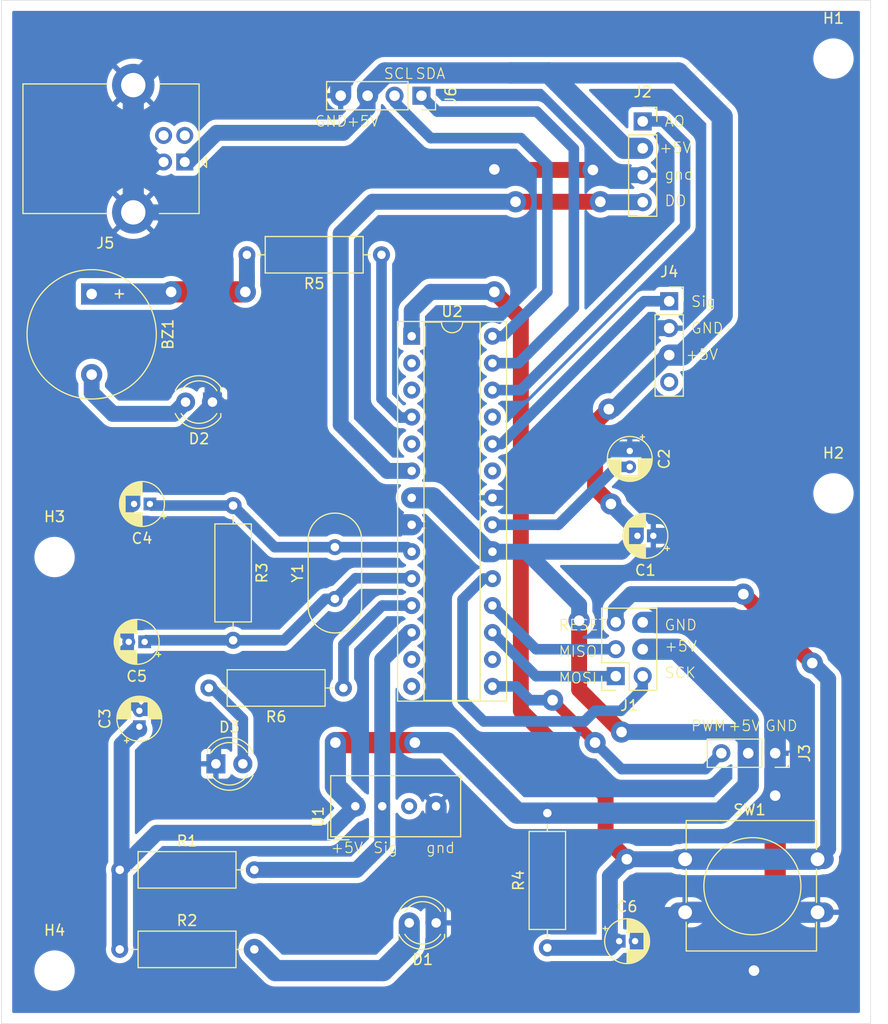
<source format=kicad_pcb>
(kicad_pcb (version 20240108) (generator "pcbnew") (generator_version "8.0")
  (title_block (title "Smart Garden") (date "2025-05-13") (rev "1.1") (company "Author: Vương Toàn Hội - Phạm Ngọc Ánh"))
  (layers (0 "F.Cu" signal) (31 "B.Cu" signal) (34 "B.Paste" user) (35 "F.Paste" user) (36 "B.SilkS" user "B.Silkscreen") (37 "F.SilkS" user "F.Silkscreen") (38 "B.Mask" user) (39 "F.Mask" user) (44 "Edge.Cuts" user))
  (net 0 "")
  (net 1 "Net-(BZ1-+)")
  (net 2 "Net-(BZ1--)")
  (net 3 "+5V")
  (net 4 "GND")
  (net 5 "Net-(U2-AREF)")
  (net 6 "Net-(U2-XTAL1{slash}PB6)")
  (net 7 "Net-(U2-XTAL2{slash}PB7)")
  (net 8 "RESET")
  (net 9 "Net-(D1-A)")
  (net 10 "MISO")
  (net 11 "MOSI")
  (net 12 "SCK")
  (net 13 "KY037_DO")
  (net 14 "KY037_AO")
  (net 15 "SERVO_90")
  (net 16 "KY032")
  (net 20 "SDA")
  (net 21 "SCL")
  (net 22 "DHT11")
  (net 23 "BUZZER")
  (net 31 "Net-(D3-A)")
  (net 33 "LED_Sig")
  (footprint "Buzzer_Beeper:Buzzer_12x9.5RM7.6" (layer "F.Cu") (at 112.5 61.2 -90)
    (property "Reference" "BZ1" (at 3.8 -7.2 90) (layer "F.SilkS"))
    (property "Value" "Buzzer")
    (fp_text user "+" (at -0.01 -2.54 90) (layer "F.SilkS"))
    (pad "1" thru_hole rect (at 0 0 270) (size 2 2) (drill 1) (layers "*.Cu" "*.Mask") (net 1 "Net-(BZ1-+)"))
    (pad "2" thru_hole circle (at 7.6 0 270) (size 2 2) (drill 1) (layers "*.Cu" "*.Mask") (net 2 "Net-(BZ1--)"))
  )
  (footprint "LED_THT:LED_D4.0mm" (layer "F.Cu") (at 124.225 105.5)
    (property "Reference" "D3" (at 1.27 -3.46 0) (layer "F.SilkS"))
    (property "Value" "LED")
    (pad "1" thru_hole rect (at 0 0) (size 1.8 1.8) (drill 0.9) (layers "*.Cu" "*.Mask") (net 4 "GND"))
    (pad "2" thru_hole circle (at 2.54 0) (size 1.8 1.8) (drill 0.9) (layers "*.Cu" "*.Mask") (net 31 "Net-(D3-A)"))
  )
  (footprint "Button_Switch_THT:SW_PUSH-12mm" (layer "F.Cu") (at 168.5 114.5)
    (property "Reference" "SW1" (at 6.08 -4.66 0) (layer "F.SilkS"))
    (property "Value" "SW_Push")
    (pad "1" thru_hole oval (at 0 0) (size 3.048 1.85) (drill 1.3) (layers "*.Cu" "*.Mask") (net 8 "RESET"))
    (pad "1" thru_hole oval (at 12.5 0) (size 3.048 1.85) (drill 1.3) (layers "*.Cu" "*.Mask") (net 8 "RESET"))
    (pad "2" thru_hole oval (at 0 5) (size 3.048 1.85) (drill 1.3) (layers "*.Cu" "*.Mask") (net 4 "GND"))
    (pad "2" thru_hole oval (at 12.5 5) (size 3.048 1.85) (drill 1.3) (layers "*.Cu" "*.Mask") (net 4 "GND"))
  )
  (footprint "MountingHole:MountingHole_3.2mm_M3_DIN965" (layer "F.Cu") (at 109 86)
    (property "Reference" "H3" (at 0 -3.8 0) (layer "F.SilkS"))
    (property "Value" "MountingHole")
    (pad "" np_thru_hole circle (at 0 0) (size 3.2 3.2) (drill 3.2) (layers "*.Cu" "*.Mask"))
  )
  (footprint "Connector_PinSocket_2.54mm:PinSocket_1x04_P2.54mm_Vertical" (layer "F.Cu") (at 143.62 42.5 -90)
    (property "Reference" "J6" (at 0 -2.77 90) (layer "F.SilkS"))
    (property "Value" "Conn_01x04_Socket" (hide yes))
    (pad "1" thru_hole rect (at 0 0 270) (size 1.7 1.7) (drill 1) (layers "*.Cu" "*.Mask") (net 20 "SDA"))
    (pad "2" thru_hole oval (at 0 2.54 270) (size 1.7 1.7) (drill 1) (layers "*.Cu" "*.Mask") (net 21 "SCL"))
    (pad "3" thru_hole oval (at 0 5.08 270) (size 1.7 1.7) (drill 1) (layers "*.Cu" "*.Mask") (net 3 "+5V"))
    (pad "4" thru_hole oval (at 0 7.62 270) (size 1.7 1.7) (drill 1) (layers "*.Cu" "*.Mask") (net 4 "GND"))
  )
  (footprint "Capacitor_THT:CP_Radial_D4.0mm_P1.50mm" (layer "F.Cu") (at 117 102 90)
    (property "Reference" "C3" (at 0.75 -3.25 -90) (layer "F.SilkS"))
    (property "Value" "0.1u")
    (pad "1" thru_hole rect (at 0 0 90) (size 1.2 1.2) (drill 0.6) (layers "*.Cu" "*.Mask") (net 3 "+5V"))
    (pad "2" thru_hole circle (at 1.5 0 90) (size 1.2 1.2) (drill 0.6) (layers "*.Cu" "*.Mask") (net 4 "GND"))
  )
  (footprint "MountingHole:MountingHole_3.2mm_M3_DIN965" (layer "F.Cu") (at 109 125)
    (property "Reference" "H4" (at 0 -3.8 0) (layer "F.SilkS"))
    (property "Value" "MountingHole")
    (pad "" np_thru_hole circle (at 0 0) (size 3.2 3.2) (drill 3.2) (layers "*.Cu" "*.Mask"))
  )
  (footprint "Connector_PinSocket_2.54mm:PinSocket_1x04_P2.54mm_Vertical" (layer "F.Cu") (at 164.5 44.92)
    (property "Reference" "J2" (at 0 -2.77 0) (layer "F.SilkS"))
    (property "Value" "Conn_01x04_Socket")
    (pad "1" thru_hole rect (at 0 0) (size 1.7 1.7) (drill 1) (layers "*.Cu" "*.Mask") (net 14 "KY037_AO"))
    (pad "2" thru_hole oval (at 0 2.54) (size 1.7 1.7) (drill 1) (layers "*.Cu" "*.Mask") (net 3 "+5V"))
    (pad "3" thru_hole oval (at 0 5.08) (size 1.7 1.7) (drill 1) (layers "*.Cu" "*.Mask") (net 4 "GND"))
    (pad "4" thru_hole oval (at 0 7.62) (size 1.7 1.7) (drill 1) (layers "*.Cu" "*.Mask") (net 13 "KY037_DO"))
  )
  (footprint "Capacitor_THT:CP_Radial_D4.0mm_P1.50mm" (layer "F.Cu") (at 117.5 94 180)
    (property "Reference" "C5" (at 0.75 -3.25 180) (layer "F.SilkS"))
    (property "Value" "22pF")
    (pad "1" thru_hole rect (at 0 0 180) (size 1.2 1.2) (drill 0.6) (layers "*.Cu" "*.Mask") (net 7 "Net-(U2-XTAL2{slash}PB7)"))
    (pad "2" thru_hole circle (at 1.5 0 180) (size 1.2 1.2) (drill 0.6) (layers "*.Cu" "*.Mask") (net 4 "GND"))
  )
  (footprint "Sensor:Aosong_DHT11_5.5x12.0_P2.54mm" (layer "F.Cu") (at 137.38 109.5 90)
    (property "Reference" "U1" (at -1 -3.5 -90) (layer "F.SilkS"))
    (property "Value" "DHT11")
    (pad "1" thru_hole rect (at 0 0 90) (size 1.5 1.5) (drill 0.8) (layers "*.Cu" "*.Mask") (net 3 "+5V"))
    (pad "2" thru_hole circle (at 0 2.54 90) (size 1.5 1.5) (drill 0.8) (layers "*.Cu" "*.Mask") (net 22 "DHT11"))
    (pad "3" thru_hole circle (at 0 5.08 90) (size 1.5 1.5) (drill 0.8) (layers "*.Cu" "*.Mask"))
    (pad "4" thru_hole circle (at 0 7.62 90) (size 1.5 1.5) (drill 0.8) (layers "*.Cu" "*.Mask") (net 4 "GND"))
  )
  (footprint "Connector_PinSocket_2.54mm:PinSocket_2x03_P2.54mm_Vertical" (layer "F.Cu") (at 161.96 97.235 180)
    (property "Reference" "J1" (at -1.27 -2.77 180) (layer "F.SilkS"))
    (property "Value" "Conn_02x03_Top_Bottom" (hide yes))
    (pad "1" thru_hole rect (at 0 0 180) (size 1.7 1.7) (drill 1) (layers "*.Cu" "*.Mask") (net 11 "MOSI"))
    (pad "2" thru_hole oval (at -2.54 0 180) (size 1.7 1.7) (drill 1) (layers "*.Cu" "*.Mask") (net 12 "SCK"))
    (pad "3" thru_hole oval (at 0 2.54 180) (size 1.7 1.7) (drill 1) (layers "*.Cu" "*.Mask") (net 10 "MISO"))
    (pad "4" thru_hole oval (at -2.54 2.54 180) (size 1.7 1.7) (drill 1) (layers "*.Cu" "*.Mask") (net 3 "+5V"))
    (pad "5" thru_hole oval (at 0 5.08 180) (size 1.7 1.7) (drill 1) (layers "*.Cu" "*.Mask") (net 8 "RESET"))
    (pad "6" thru_hole oval (at -2.54 5.08 180) (size 1.7 1.7) (drill 1) (layers "*.Cu" "*.Mask") (net 4 "GND"))
  )
  (footprint "Resistor_THT:R_Axial_DIN0309_L9.0mm_D3.2mm_P12.70mm_Horizontal" (layer "F.Cu") (at 139.85 57.5 180)
    (property "Reference" "R5" (at 6.35 -2.72 180) (layer "F.SilkS"))
    (property "Value" "220")
    (pad "1" thru_hole circle (at 0 0 180) (size 1.6 1.6) (drill 0.8) (layers "*.Cu" "*.Mask") (net 23 "BUZZER"))
    (pad "2" thru_hole oval (at 12.7 0 180) (size 1.6 1.6) (drill 0.8) (layers "*.Cu" "*.Mask") (net 1 "Net-(BZ1-+)"))
  )
  (footprint "Resistor_THT:R_Axial_DIN0309_L9.0mm_D3.2mm_P12.70mm_Horizontal" (layer "F.Cu") (at 136.26 98.35 180)
    (property "Reference" "R6" (at 6.35 -2.72 180) (layer "F.SilkS"))
    (property "Value" "220")
    (pad "1" thru_hole circle (at 0 0 180) (size 1.6 1.6) (drill 0.8) (layers "*.Cu" "*.Mask") (net 33 "LED_Sig"))
    (pad "2" thru_hole oval (at 12.7 0 180) (size 1.6 1.6) (drill 0.8) (layers "*.Cu" "*.Mask") (net 31 "Net-(D3-A)"))
  )
  (footprint "Resistor_THT:R_Axial_DIN0309_L9.0mm_D3.2mm_P12.70mm_Horizontal" (layer "F.Cu") (at 155.5 122.85 90)
    (property "Reference" "R4" (at 6.35 -2.72 -90) (layer "F.SilkS"))
    (property "Value" "10k")
    (pad "1" thru_hole circle (at 0 0 90) (size 1.6 1.6) (drill 0.8) (layers "*.Cu" "*.Mask") (net 8 "RESET"))
    (pad "2" thru_hole oval (at 12.7 0 90) (size 1.6 1.6) (drill 0.8) (layers "*.Cu" "*.Mask") (net 3 "+5V"))
  )
  (footprint "Capacitor_THT:CP_Radial_D4.0mm_P1.50mm" (layer "F.Cu") (at 163.277401 76 -90)
    (property "Reference" "C2" (at 0.75 -3.25 90) (layer "F.SilkS"))
    (property "Value" "100nF")
    (pad "1" thru_hole rect (at 0 0 270) (size 1.2 1.2) (drill 0.6) (layers "*.Cu" "*.Mask") (net 4 "GND"))
    (pad "2" thru_hole circle (at 1.5 0 270) (size 1.2 1.2) (drill 0.6) (layers "*.Cu" "*.Mask") (net 5 "Net-(U2-AREF)"))
  )
  (footprint "MountingHole:MountingHole_3.2mm_M3_DIN965" (layer "F.Cu") (at 182.5 80)
    (property "Reference" "H2" (at 0 -3.8 0) (layer "F.SilkS"))
    (property "Value" "MountingHole")
    (pad "" np_thru_hole circle (at 0 0) (size 3.2 3.2) (drill 3.2) (layers "*.Cu" "*.Mask"))
  )
  (footprint "Capacitor_THT:CP_Radial_D4.0mm_P1.50mm" (layer "F.Cu") (at 165.5 83.999998 180)
    (property "Reference" "C1" (at 0.75 -3.25 180) (layer "F.SilkS"))
    (property "Value" "100nF")
    (pad "1" thru_hole rect (at 0 0 180) (size 1.2 1.2) (drill 0.6) (layers "*.Cu" "*.Mask") (net 4 "GND"))
    (pad "2" thru_hole circle (at 1.5 0 180) (size 1.2 1.2) (drill 0.6) (layers "*.Cu" "*.Mask") (net 3 "+5V"))
  )
  (footprint "Connector_PinSocket_2.54mm:PinSocket_1x03_P2.54mm_Vertical" (layer "F.Cu") (at 177 104.5 -90)
    (property "Reference" "J3" (at 0 -2.77 90) (layer "F.SilkS"))
    (property "Value" "Conn_01x03_Socket" (hide yes))
    (pad "1" thru_hole rect (at 0 0 270) (size 1.7 1.7) (drill 1) (layers "*.Cu" "*.Mask") (net 4 "GND"))
    (pad "2" thru_hole oval (at 0 2.54 270) (size 1.7 1.7) (drill 1) (layers "*.Cu" "*.Mask") (net 3 "+5V"))
    (pad "3" thru_hole oval (at 0 5.08 270) (size 1.7 1.7) (drill 1) (layers "*.Cu" "*.Mask") (net 15 "SERVO_90"))
  )
  (footprint "Connector_PinSocket_2.54mm:PinSocket_1x04_P2.54mm_Vertical" (layer "F.Cu") (at 167 61.88)
    (property "Reference" "J4" (at 0 -2.77 0) (layer "F.SilkS"))
    (property "Value" "Conn_01x04_Socket")
    (pad "1" thru_hole rect (at 0 0) (size 1.7 1.7) (drill 1) (layers "*.Cu" "*.Mask") (net 16 "KY032"))
    (pad "2" thru_hole oval (at 0 2.54) (size 1.7 1.7) (drill 1) (layers "*.Cu" "*.Mask") (net 4 "GND"))
    (pad "3" thru_hole oval (at 0 5.08) (size 1.7 1.7) (drill 1) (layers "*.Cu" "*.Mask") (net 3 "+5V"))
    (pad "4" thru_hole oval (at 0 7.62) (size 1.7 1.7) (drill 1) (layers "*.Cu" "*.Mask"))
  )
  (footprint "Resistor_THT:R_Axial_DIN0309_L9.0mm_D3.2mm_P12.70mm_Horizontal" (layer "F.Cu") (at 115.15 115.5)
    (property "Reference" "R1" (at 6.35 -2.72 0) (layer "F.SilkS"))
    (property "Value" "5.1K")
    (pad "1" thru_hole circle (at 0 0) (size 1.6 1.6) (drill 0.8) (layers "*.Cu" "*.Mask") (net 3 "+5V"))
    (pad "2" thru_hole oval (at 12.7 0) (size 1.6 1.6) (drill 0.8) (layers "*.Cu" "*.Mask") (net 22 "DHT11"))
  )
  (footprint "Resistor_THT:R_Axial_DIN0309_L9.0mm_D3.2mm_P12.70mm_Horizontal" (layer "F.Cu") (at 115.15 123)
    (property "Reference" "R2" (at 6.35 -2.72 0) (layer "F.SilkS"))
    (property "Value" "1K")
    (pad "1" thru_hole circle (at 0 0) (size 1.6 1.6) (drill 0.8) (layers "*.Cu" "*.Mask") (net 3 "+5V"))
    (pad "2" thru_hole oval (at 12.7 0) (size 1.6 1.6) (drill 0.8) (layers "*.Cu" "*.Mask") (net 9 "Net-(D1-A)"))
  )
  (footprint "Capacitor_THT:CP_Radial_D4.0mm_P1.50mm" (layer "F.Cu") (at 162.277401 122.222597)
    (property "Reference" "C6" (at 0.75 -3.25 0) (layer "F.SilkS"))
    (property "Value" "100nF")
    (pad "1" thru_hole rect (at 0 0) (size 1.2 1.2) (drill 0.6) (layers "*.Cu" "*.Mask") (net 8 "RESET"))
    (pad "2" thru_hole circle (at 1.5 0) (size 1.2 1.2) (drill 0.6) (layers "*.Cu" "*.Mask") (net 4 "GND"))
  )
  (footprint "Capacitor_THT:CP_Radial_D4.0mm_P1.50mm" (layer "F.Cu") (at 118 81 180)
    (property "Reference" "C4" (at 0.75 -3.25 180) (layer "F.SilkS"))
    (property "Value" "22pF")
    (pad "1" thru_hole rect (at 0 0 180) (size 1.2 1.2) (drill 0.6) (layers "*.Cu" "*.Mask") (net 6 "Net-(U2-XTAL1{slash}PB6)"))
    (pad "2" thru_hole circle (at 1.5 0 180) (size 1.2 1.2) (drill 0.6) (layers "*.Cu" "*.Mask") (net 4 "GND"))
  )
  (footprint "Connector_USB:USB_B_Lumberg_2411_02_Horizontal" (layer "F.Cu") (at 121.2875 48.75 180)
    (property "Reference" "J5" (at 7.5 -7.65 180) (layer "F.SilkS"))
    (property "Value" "USB_B")
    (pad "1" thru_hole rect (at 0 0 270) (size 1.6 1.6) (drill 0.95) (layers "*.Cu" "*.Mask") (net 3 "+5V"))
    (pad "2" thru_hole circle (at 0 2.5 270) (size 1.6 1.6) (drill 0.95) (layers "*.Cu" "*.Mask"))
    (pad "3" thru_hole circle (at 2 2.5 270) (size 1.6 1.6) (drill 0.95) (layers "*.Cu" "*.Mask"))
    (pad "4" thru_hole circle (at 2 0 270) (size 1.6 1.6) (drill 0.95) (layers "*.Cu" "*.Mask") (net 4 "GND"))
    (pad "5" thru_hole circle (at 4.86 -4.75 270) (size 4 4) (drill 2.3) (layers "*.Cu" "*.Mask") (net 4 "GND"))
    (pad "5" thru_hole circle (at 4.86 7.25 270) (size 4 4) (drill 2.3) (layers "*.Cu" "*.Mask") (net 4 "GND"))
  )
  (footprint "Package_DIP:DIP-28_W7.62mm_Socket" (layer "F.Cu") (at 142.7 65.18)
    (property "Reference" "U2" (at 3.81 -2.33 0) (layer "F.SilkS"))
    (property "Value" "ATmega328P-P")
    (pad "1" thru_hole rect (at 0 0) (size 1.6 1.6) (drill 0.8) (layers "*.Cu" "*.Mask") (net 8 "RESET"))
    (pad "2" thru_hole oval (at 0 2.54) (size 1.6 1.6) (drill 0.8) (layers "*.Cu" "*.Mask"))
    (pad "3" thru_hole oval (at 0 5.08) (size 1.6 1.6) (drill 0.8) (layers "*.Cu" "*.Mask"))
    (pad "4" thru_hole oval (at 0 7.62) (size 1.6 1.6) (drill 0.8) (layers "*.Cu" "*.Mask") (net 23 "BUZZER"))
    (pad "5" thru_hole oval (at 0 10.16) (size 1.6 1.6) (drill 0.8) (layers "*.Cu" "*.Mask"))
    (pad "6" thru_hole oval (at 0 12.7) (size 1.6 1.6) (drill 0.8) (layers "*.Cu" "*.Mask") (net 13 "KY037_DO"))
    (pad "7" thru_hole oval (at 0 15.24) (size 1.6 1.6) (drill 0.8) (layers "*.Cu" "*.Mask") (net 3 "+5V"))
    (pad "8" thru_hole oval (at 0 17.78) (size 1.6 1.6) (drill 0.8) (layers "*.Cu" "*.Mask") (net 4 "GND"))
    (pad "9" thru_hole oval (at 0 20.32) (size 1.6 1.6) (drill 0.8) (layers "*.Cu" "*.Mask") (net 6 "Net-(U2-XTAL1{slash}PB6)"))
    (pad "10" thru_hole oval (at 0 22.86) (size 1.6 1.6) (drill 0.8) (layers "*.Cu" "*.Mask") (net 7 "Net-(U2-XTAL2{slash}PB7)"))
    (pad "11" thru_hole oval (at 0 25.4) (size 1.6 1.6) (drill 0.8) (layers "*.Cu" "*.Mask") (net 33 "LED_Sig"))
    (pad "12" thru_hole oval (at 0 27.94) (size 1.6 1.6) (drill 0.8) (layers "*.Cu" "*.Mask") (net 22 "DHT11"))
    (pad "13" thru_hole oval (at 0 30.48) (size 1.6 1.6) (drill 0.8) (layers "*.Cu" "*.Mask"))
    (pad "14" thru_hole oval (at 0 33.02) (size 1.6 1.6) (drill 0.8) (layers "*.Cu" "*.Mask"))
    (pad "15" thru_hole oval (at 7.62 33.02) (size 1.6 1.6) (drill 0.8) (layers "*.Cu" "*.Mask") (net 15 "SERVO_90"))
    (pad "16" thru_hole oval (at 7.62 30.48) (size 1.6 1.6) (drill 0.8) (layers "*.Cu" "*.Mask"))
    (pad "17" thru_hole oval (at 7.62 27.94) (size 1.6 1.6) (drill 0.8) (layers "*.Cu" "*.Mask") (net 11 "MOSI"))
    (pad "18" thru_hole oval (at 7.62 25.4) (size 1.6 1.6) (drill 0.8) (layers "*.Cu" "*.Mask") (net 10 "MISO"))
    (pad "19" thru_hole oval (at 7.62 22.86) (size 1.6 1.6) (drill 0.8) (layers "*.Cu" "*.Mask") (net 12 "SCK"))
    (pad "20" thru_hole oval (at 7.62 20.32) (size 1.6 1.6) (drill 0.8) (layers "*.Cu" "*.Mask") (net 3 "+5V"))
    (pad "21" thru_hole oval (at 7.62 17.78) (size 1.6 1.6) (drill 0.8) (layers "*.Cu" "*.Mask") (net 5 "Net-(U2-AREF)"))
    (pad "22" thru_hole oval (at 7.62 15.24) (size 1.6 1.6) (drill 0.8) (layers "*.Cu" "*.Mask") (net 4 "GND"))
    (pad "23" thru_hole oval (at 7.62 12.7) (size 1.6 1.6) (drill 0.8) (layers "*.Cu" "*.Mask"))
    (pad "24" thru_hole oval (at 7.62 10.16) (size 1.6 1.6) (drill 0.8) (layers "*.Cu" "*.Mask") (net 16 "KY032"))
    (pad "25" thru_hole oval (at 7.62 7.62) (size 1.6 1.6) (drill 0.8) (layers "*.Cu" "*.Mask"))
    (pad "26" thru_hole oval (at 7.62 5.08) (size 1.6 1.6) (drill 0.8) (layers "*.Cu" "*.Mask") (net 14 "KY037_AO"))
    (pad "27" thru_hole oval (at 7.62 2.54) (size 1.6 1.6) (drill 0.8) (layers "*.Cu" "*.Mask") (net 20 "SDA"))
    (pad "28" thru_hole oval (at 7.62 0) (size 1.6 1.6) (drill 0.8) (layers "*.Cu" "*.Mask") (net 21 "SCL"))
  )
  (footprint "MountingHole:MountingHole_3.2mm_M3_DIN965" (layer "F.Cu") (at 182.5 39)
    (property "Reference" "H1" (at 0 -3.8 0) (layer "F.SilkS"))
    (property "Value" "MountingHole")
    (pad "" np_thru_hole circle (at 0 0) (size 3.2 3.2) (drill 3.2) (layers "*.Cu" "*.Mask"))
  )
  (footprint "Crystal:Crystal_HC49-U_Vertical" (layer "F.Cu") (at 135.45 89.95 90)
    (property "Reference" "Y1" (at 2.44 -3.525 -90) (layer "F.SilkS"))
    (property "Value" "16MHz")
    (pad "1" thru_hole circle (at 0 0 90) (size 1.5 1.5) (drill 0.8) (layers "*.Cu" "*.Mask") (net 7 "Net-(U2-XTAL2{slash}PB7)"))
    (pad "2" thru_hole circle (at 4.88 0 90) (size 1.5 1.5) (drill 0.8) (layers "*.Cu" "*.Mask") (net 6 "Net-(U2-XTAL1{slash}PB6)"))
  )
  (footprint "LED_THT:LED_D4.0mm" (layer "F.Cu") (at 123.9 71.39 180)
    (property "Reference" "D2" (at 1.27 -3.46 180) (layer "F.SilkS"))
    (property "Value" "LED")
    (pad "1" thru_hole rect (at 0 0 180) (size 1.8 1.8) (drill 0.9) (layers "*.Cu" "*.Mask") (net 4 "GND"))
    (pad "2" thru_hole circle (at 2.54 0 180) (size 1.8 1.8) (drill 0.9) (layers "*.Cu" "*.Mask") (net 2 "Net-(BZ1--)"))
  )
  (footprint "LED_THT:LED_D4.0mm" (layer "F.Cu") (at 145.01 120.5 180)
    (property "Reference" "D1" (at 1.27 -3.46 180) (layer "F.SilkS"))
    (property "Value" "LED")
    (pad "1" thru_hole rect (at 0 0 180) (size 1.8 1.8) (drill 0.9) (layers "*.Cu" "*.Mask") (net 4 "GND"))
    (pad "2" thru_hole circle (at 2.54 0 180) (size 1.8 1.8) (drill 0.9) (layers "*.Cu" "*.Mask") (net 9 "Net-(D1-A)"))
  )
  (footprint "Resistor_THT:R_Axial_DIN0309_L9.0mm_D3.2mm_P12.70mm_Horizontal" (layer "F.Cu") (at 125.85 81.15 -90)
    (property "Reference" "R3" (at 6.35 -2.72 90) (layer "F.SilkS"))
    (property "Value" "1M")
    (pad "1" thru_hole circle (at 0 0 270) (size 1.6 1.6) (drill 0.8) (layers "*.Cu" "*.Mask") (net 6 "Net-(U2-XTAL1{slash}PB6)"))
    (pad "2" thru_hole oval (at 12.7 0 270) (size 1.6 1.6) (drill 0.8) (layers "*.Cu" "*.Mask") (net 7 "Net-(U2-XTAL2{slash}PB7)"))
  )
  (gr_rect (start 104 33.5) (end 186 130) (stroke (width 0.05)) (fill none) (layer "Edge.Cuts"))
  (gr_text "GND" (at 176 102.5 0) (layer "F.SilkS") (effects (font (size 1 1) (thickness 0.1)) (justify left bottom)))
  (gr_text "GND" (at 133.5 45.5 0) (layer "F.SilkS") (effects (font (size 1 1) (thickness 0.1)) (justify left bottom)))
  (gr_text "gnd" (at 166.5 50.5 0) (layer "F.SilkS") (effects (font (size 1 1) (thickness 0.1)) (justify left bottom)))
  (gr_text "GND" (at 169 65 0) (layer "F.SilkS") (effects (font (size 1 1) (thickness 0.1)) (justify left bottom)))
  (gr_text "Sig" (at 139 114 0) (layer "F.SilkS") (effects (font (size 1 1) (thickness 0.1)) (justify left bottom)))
  (gr_text "MISO" (at 156.5 95.5 0) (layer "F.SilkS") (effects (font (size 1 1) (thickness 0.1)) (justify left bottom)))
  (gr_text "PWM" (at 169 102.5 0) (layer "F.SilkS") (effects (font (size 1 1) (thickness 0.1)) (justify left bottom)))
  (gr_text "SCK" (at 166.5 97.5 0) (layer "F.SilkS") (effects (font (size 1 1) (thickness 0.1)) (justify left bottom)))
  (gr_text "Sig" (at 169 62.5 0) (layer "F.SilkS") (effects (font (size 1 1) (thickness 0.1)) (justify left bottom)))
  (gr_text "+5V" (at 166.5 95 0) (layer "F.SilkS") (effects (font (size 1 1) (thickness 0.1)) (justify left bottom)))
  (gr_text "+5V" (at 166 48 0) (layer "F.SilkS") (effects (font (size 1 1) (thickness 0.1)) (justify left bottom)))
  (gr_text "+5V" (at 172.5 102.5 0) (layer "F.SilkS") (effects (font (size 1 1) (thickness 0.1)) (justify left bottom)))
  (gr_text "RESET" (at 156.5 93 0) (layer "F.SilkS") (effects (font (size 1 1) (thickness 0.1)) (justify left bottom)))
  (gr_text "+5V" (at 168.5 67.5 0) (layer "F.SilkS") (effects (font (size 1 1) (thickness 0.1)) (justify left bottom)))
  (gr_text "SDA" (at 143 41 0) (layer "F.SilkS") (effects (font (size 1 1) (thickness 0.1)) (justify left bottom)))
  (gr_text "+5V" (at 135 114 0) (layer "F.SilkS") (effects (font (size 1 1) (thickness 0.1)) (justify left bottom)))
  (gr_text "SCL" (at 140 41 0) (layer "F.SilkS") (effects (font (size 1 1) (thickness 0.1)) (justify left bottom)))
  (gr_text "DO" (at 166.5 53 0) (layer "F.SilkS") (effects (font (size 1 1) (thickness 0.1)) (justify left bottom)))
  (gr_text "GND" (at 166.5 93 0) (layer "F.SilkS") (effects (font (size 1 1) (thickness 0.1)) (justify left bottom)))
  (gr_text "AO" (at 166.5 45.5 0) (layer "F.SilkS") (effects (font (size 1 1) (thickness 0.1)) (justify left bottom)))
  (gr_text "gnd" (at 144 114 0) (layer "F.SilkS") (effects (font (size 1 1) (thickness 0.1)) (justify left bottom)))
  (gr_text "+5V" (at 136.5 45.5 0) (layer "F.SilkS") (effects (font (size 1 1) (thickness 0.1)) (justify left bottom)))
  (gr_text "MOSI" (at 156.5 98 0) (layer "F.SilkS") (effects (font (size 1 1) (thickness 0.1)) (justify left bottom)))
  (segment (start 120 61) (end 127 61) (width 2) (layer "F.Cu") (net 1))
  (via (at 120 61) (size 2) (drill 1) (layers "F.Cu" "B.Cu") (net 1))
  (via (at 127 61) (size 2) (drill 1) (layers "F.Cu" "B.Cu") (net 1))
  (segment (start 127.15 60.85) (end 127 61) (width 1.5) (layer "B.Cu") (net 1))
  (segment (start 127.15 59.5) (end 127.15 60.85) (width 1.5) (layer "B.Cu") (net 1))
  (segment (start 112.5 61.2) (end 119.8 61.2) (width 2) (layer "B.Cu") (net 1))
  (segment (start 127.15 57.5) (end 127.15 59.5) (width 1.5) (layer "B.Cu") (net 1))
  (segment (start 127.15 59.5) (end 127.15 60.15) (width 1.5) (layer "B.Cu") (net 1))
  (segment (start 119.8 61.2) (end 120 61) (width 2) (layer "B.Cu") (net 1))
  (segment (start 120.25 72.5) (end 121.36 71.39) (width 1.5) (layer "B.Cu") (net 2))
  (segment (start 112.5 70.5) (end 114.5 72.5) (width 1.5) (layer "B.Cu") (net 2))
  (segment (start 114.5 72.5) (end 120.25 72.5) (width 1.5) (layer "B.Cu") (net 2))
  (segment (start 112.5 68.8) (end 112.5 70.5) (width 1.5) (layer "B.Cu") (net 2))
  (segment (start 158.5 92) (end 158.5 98.5) (width 1.5) (layer "F.Cu") (net 3))
  (segment (start 159.235 99.235) (end 162.5 102.5) (width 1.5) (layer "F.Cu") (net 3))
  (segment (start 160 79.5) (end 161.5 81) (width 1.5) (layer "F.Cu") (net 3))
  (segment (start 160 73.358529) (end 160 79.5) (width 1.5) (layer "F.Cu") (net 3))
  (segment (start 143 103.5) (end 135.5 103.5) (width 2) (layer "F.Cu") (net 3))
  (segment (start 161.3 72.058529) (end 160 73.358529) (width 1.5) (layer "F.Cu") (net 3))
  (segment (start 158.5 98.5) (end 159.235 99.235) (width 1.5) (layer "F.Cu") (net 3))
  (via (at 143 103.5) (size 2) (drill 1) (layers "F.Cu" "B.Cu") (net 3))
  (via (at 135.5 103.5) (size 2) (drill 1) (layers "F.Cu" "B.Cu") (net 3))
  (via (at 162.5 102.5) (size 2) (drill 1) (layers "F.Cu" "B.Cu") (net 3))
  (via (at 161.5 81) (size 2) (drill 1) (layers "F.Cu" "B.Cu") (net 3))
  (via (at 158.5 92) (size 2) (drill 1) (layers "F.Cu" "B.Cu") (net 3))
  (via (at 161.3 72.058529) (size 2) (drill 1) (layers "F.Cu" "B.Cu") (net 3))
  (segment (start 162.499998 85.5) (end 153.5 85.5) (width 1.5) (layer "B.Cu") (net 3))
  (segment (start 158.5 90.5) (end 158.5 92) (width 1.5) (layer "B.Cu") (net 3))
  (segment (start 163.85 83.35) (end 163.85 84.149998) (width 1.5) (layer "B.Cu") (net 3))
  (segment (start 115.15 115.5) (end 115.15 123) (width 1.5) (layer "B.Cu") (net 3))
  (segment (start 150.32 85.5) (end 153.5 85.5) (width 1.5) (layer "B.Cu") (net 3))
  (segment (start 164.5 94.695) (end 167.695 94.695) (width 2) (layer "B.Cu") (net 3))
  (segment (start 137.38 109.5) (end 134.88 112) (width 1.5) (layer "B.Cu") (net 3))
  (segment (start 167.85 40.35) (end 152 40.35) (width 2) (layer "B.Cu") (net 3))
  (segment (start 136.242081 46) (end 138.54 43.702081) (width 1.5) (layer "B.Cu") (net 3))
  (segment (start 174.46 103.452919) (end 174.46 104.5) (width 2) (layer "B.Cu") (net 3))
  (segment (start 172 63.162081) (end 168.202081 66.96) (width 2) (layer "B.Cu") (net 3))
  (segment (start 167.695 94.695) (end 174.46 101.46) (width 2) (layer "B.Cu") (net 3))
  (segment (start 116.75 102.25) (end 117 102.25) (width 1.5) (layer "B.Cu") (net 3))
  (segment (start 149.74873 85.5) (end 150.32 85.5) (width 2) (layer "B.Cu") (net 3))
  (segment (start 142.7 80.42) (end 144.66873 80.42) (width 2) (layer "B.Cu") (net 3))
  (segment (start 162.5 102.5) (end 173.507081 102.5) (width 1.5) (layer "B.Cu") (net 3))
  (segment (start 115.15 115.5) (end 115.325 115.325) (width 1.5) (layer "B.Cu") (net 3))
  (segment (start 168.202081 66.96) (end 167 66.96) (width 2) (layer "B.Cu") (net 3))
  (segment (start 138.54 43.702081) (end 138.54 42.5) (width 1.5) (layer "B.Cu") (net 3))
  (segment (start 152 40.35) (end 140.18944 40.35) (width 2) (layer "B.Cu") (net 3))
  (segment (start 138.54 41.99944) (end 138.54 42.5) (width 2) (layer "B.Cu") (net 3))
  (segment (start 161.3 72.058529) (end 161.754465 72.058529) (width 1.5) (layer "B.Cu") (net 3))
  (segment (start 121.545217 48.75) (end 124.295217 46) (width 1.5) (layer "B.Cu") (net 3))
  (segment (start 115.325 103.675) (end 116.75 102.25) (width 1.5) (layer "B.Cu") (net 3))
  (segment (start 162.74 47.46) (end 155.63 40.35) (width 2) (layer "B.Cu") (net 3))
  (segment (start 155.5 110.15) (end 171.85 110.15) (width 2) (layer "B.Cu") (net 3))
  (segment (start 135.5 103.5) (end 135.5 107.62) (width 2) (layer "B.Cu") (net 3))
  (segment (start 174.46 101.46) (end 174.46 103.452919) (width 2) (layer "B.Cu") (net 3))
  (segment (start 173.507081 102.5) (end 174.46 103.452919) (width 1.5) (layer "B.Cu") (net 3))
  (segment (start 155.63 40.35) (end 152 40.35) (width 2) (layer "B.Cu") (net 3))
  (segment (start 140.18944 40.35) (end 138.54 41.99944) (width 2) (layer "B.Cu") (net 3))
  (segment (start 118.65 112) (end 115.15 115.5) (width 1.5) (layer "B.Cu") (net 3))
  (segment (start 174.46 107.54) (end 174.46 104.5) (width 2) (layer "B.Cu") (net 3))
  (segment (start 153.5 85.5) (end 157.5 89.5) (width 1.5) (layer "B.Cu") (net 3))
  (segment (start 121.2875 48.75) (end 121.545217 48.75) (width 1.5) (layer "B.Cu") (net 3))
  (segment (start 134.88 112) (end 118.65 112) (width 1.5) (layer "B.Cu") (net 3))
  (segment (start 166.852994 66.96) (end 167 66.96) (width 1.5) (layer "B.Cu") (net 3))
  (segment (start 171.85 110.15) (end 174.46 107.54) (width 2) (layer "B.Cu") (net 3))
  (segment (start 164.5 47.46) (end 162.74 47.46) (width 2) (layer "B.Cu") (net 3))
  (segment (start 161.754465 72.058529) (end 166.852994 66.96) (width 1.5) (layer "B.Cu") (net 3))
  (segment (start 161.5 81) (end 163.85 83.35) (width 1.5) (layer "B.Cu") (net 3))
  (segment (start 172 44.5) (end 167.85 40.35) (width 2) (layer "B.Cu") (net 3))
  (segment (start 115.325 115.325) (end 115.325 103.675) (width 1.5) (layer "B.Cu") (net 3))
  (segment (start 157.5 89.5) (end 158.5 90.5) (width 1.5) (layer "B.Cu") (net 3))
  (segment (start 143 103.5) (end 146 103.5) (width 2) (layer "B.Cu") (net 3))
  (segment (start 144.66873 80.42) (end 149.74873 85.5) (width 2) (layer "B.Cu") (net 3))
  (segment (start 172 63.162081) (end 172 44.5) (width 2) (layer "B.Cu") (net 3))
  (segment (start 146 103.5) (end 152.65 110.15) (width 2) (layer "B.Cu") (net 3))
  (segment (start 163.85 84.149998) (end 162.499998 85.5) (width 1.5) (layer "B.Cu") (net 3))
  (segment (start 152.65 110.15) (end 155.5 110.15) (width 2) (layer "B.Cu") (net 3))
  (segment (start 135.5 107.62) (end 137.38 109.5) (width 2) (layer "B.Cu") (net 3))
  (segment (start 124.295217 46) (end 136.242081 46) (width 1.5) (layer "B.Cu") (net 3))
  (segment (start 150.5 49.45) (end 150.55 49.5) (width 1.5) (layer "F.Cu") (net 4))
  (segment (start 177 108.5) (end 177 123) (width 2) (layer "F.Cu") (net 4))
  (segment (start 150.55 49.5) (end 159.8 49.5) (width 1.5) (layer "F.Cu") (net 4))
  (segment (start 177 123) (end 175 125) (width 2) (layer "F.Cu") (net 4))
  (via (at 150.5 49.45) (size 2) (drill 1) (layers "F.Cu" "B.Cu") (net 4))
  (via (at 159.8 49.5) (size 2) (drill 1) (layers "F.Cu" "B.Cu") (net 4))
  (via (at 175 125) (size 2) (drill 1) (layers "F.Cu" "B.Cu") (net 4))
  (via (at 177 108.5) (size 2) (drill 1) (layers "F.Cu" "B.Cu") (net 4))
  (segment (start 168 120) (end 168.5 119.5) (width 2) (layer "B.Cu") (net 4))
  (segment (start 116.4275 50.5) (end 116.4275 53.5) (width 2) (layer "B.Cu") (net 4))
  (segment (start 177 104.5) (end 177 108.5) (width 2) (layer "B.Cu") (net 4))
  (segment (start 122 100.5) (end 117 100.5) (width 1) (layer "B.Cu") (net 4))
  (segment (start 168.25 75.75) (end 166 75.75) (width 1.5) (layer "B.Cu") (net 4))
  (segment (start 154.58 80.42) (end 150.32 80.42) (width 1.5) (layer "B.Cu") (net 4))
  (segment (start 159.35 75.85) (end 159.25 75.75) (width 1.5) (layer "B.Cu") (net 4))
  (segment (start 116.4275 53.5) (end 119 53.5) (width 1.5) (layer "B.Cu") (net 4))
  (segment (start 175 125) (end 174 126) (width 2) (layer "B.Cu") (net 4))
  (segment (start 123.9 71.39) (end 123.9 71.607717) (width 1.5) (layer "B.Cu") (net 4))
  (segment (start 123.9 71.607717) (end 116.35 79.157717) (width 1.5) (layer "B.Cu") (net 4))
  (segment (start 124.225 102.725) (end 122 100.5) (width 1) (layer "B.Cu") (net 4))
  (segment (start 170.655 92.155) (end 177 98.5) (width 2) (layer "B.Cu") (net 4))
  (segment (start 177 67) (end 177 42.5) (width 2) (layer "B.Cu") (net 4))
  (segment (start 177 98.5) (end 177 104.5) (width 2) (layer "B.Cu") (net 4))
  (segment (start 177 74) (end 167.000002 83.999998) (width 1.5) (layer "B.Cu") (net 4))
  (segment (start 145 109.5) (end 145 120.49) (width 2) (layer "B.Cu") (net 4))
  (segment (start 137.05 49.45) (end 133 53.5) (width 1.5) (layer "B.Cu") (net 4))
  (segment (start 123.9 71.39) (end 130.51 78) (width 2) (layer "B.Cu") (net 4))
  (segment (start 145.01 120.5) (end 145.01 123.51) (width 2) (layer "B.Cu") (net 4))
  (segment (start 165.9 75.85) (end 159.35 75.85) (width 1.5) (layer "B.Cu") (net 4))
  (segment (start 162.499998 126) (end 163.249999 125.249999) (width 2) (layer "B.Cu") (net 4))
  (segment (start 177 74) (end 177 67) (width 2) (layer "B.Cu") (net 4))
  (segment (start 121.4275 36.5) (end 139 36.5) (width 2) (layer "B.Cu") (net 4))
  (segment (start 116 99.5) (end 117 100.5) (width 1) (layer "B.Cu") (net 4))
  (segment (start 177 104.5) (end 177 74) (width 2) (layer "B.Cu") (net 4))
  (segment (start 116.5 81) (end 116 81.5) (width 1) (layer "B.Cu") (net 4))
  (segment (start 167 64.42) (end 165.797919 64.42) (width 1.5) (layer "B.Cu") (net 4))
  (segment (start 117.1775 48.75) (end 116.4275 49.5) (width 1.5) (layer "B.Cu") (net 4))
  (segment (start 165.797919 64.42) (end 157 73.217919) (width 1.5) (layer "B.Cu") (net 4))
  (segment (start 174 126) (end 162.499998 126) (width 2) (layer "B.Cu") (net 4))
  (segment (start 150.5 49.45) (end 137.05 49.45) (width 1.5) (layer "B.Cu") (net 4))
  (segment (start 177 67) (end 168.25 75.75) (width 1.5) (layer "B.Cu") (net 4))
  (segment (start 136 78) (end 140.96 82.96) (width 2) (layer "B.Cu") (net 4))
  (segment (start 171 36.5) (end 139 36.5) (width 2) (layer "B.Cu") (net 4))
  (segment (start 138.5 37) (end 136 39.5) (width 2) (layer "B.Cu") (net 4))
  (segment (start 145.01 123.51) (end 147.5 126) (width 2) (layer "B.Cu") (net 4))
  (segment (start 164.277401 121.722597) (end 165.999998 120) (width 2) (layer "B.Cu") (net 4))
  (segment (start 124.225 105.5) (end 124.225 102.725) (width 1) (layer "B.Cu") (net 4))
  (segment (start 140.96 82.96) (end 142.7 82.96) (width 2) (layer "B.Cu") (net 4))
  (segment (start 164.5 92.155) (end 170.655 92.155) (width 2) (layer "B.Cu") (net 4))
  (segment (start 166 75.75) (end 165.9 75.85) (width 1.5) (layer "B.Cu") (net 4))
  (segment (start 165.999998 120) (end 168 120) (width 2) (layer "B.Cu") (net 4))
  (segment (start 116 94) (end 116 99.5) (width 1) (layer "B.Cu") (net 4))
  (segment (start 116.35 79.157717) (end 116.35 81) (width 1.5) (layer "B.Cu") (net 4))
  (segment (start 164.277401 124.222597) (end 164.277401 121.722597) (width 2) (layer "B.Cu") (net 4))
  (segment (start 163.249999 125.249999) (end 164.277401 124.222597) (width 2) (layer "B.Cu") (net 4))
  (segment (start 139 36.5) (end 138.5 37) (width 2) (layer "B.Cu") (net 4))
  (segment (start 116 81.5) (end 116 94) (width 1) (layer "B.Cu") (net 4))
  (segment (start 123.9 58.4) (end 123.9 71.39) (width 1.5) (layer "B.Cu") (net 4))
  (segment (start 157 73.217919) (end 157 78) (width 1.5) (layer "B.Cu") (net 4))
  (segment (start 133 53.5) (end 116.4275 53.5) (width 1.5) (layer "B.Cu") (net 4))
  (segment (start 119.2875 48.75) (end 117.1775 48.75) (width 1.5) (layer "B.Cu") (net 4))
  (segment (start 147.5 126) (end 162.499998 126) (width 2) (layer "B.Cu") (net 4))
  (segment (start 119 53.5) (end 123.9 58.4) (width 1.5) (layer "B.Cu") (net 4))
  (segment (start 136 39.5) (end 136 42.5) (width 2) (layer "B.Cu") (net 4))
  (segment (start 177 42.5) (end 171 36.5) (width 2) (layer "B.Cu") (net 4))
  (segment (start 116.4275 41.5) (end 121.4275 36.5) (width 2) (layer "B.Cu") (net 4))
  (segment (start 159.25 75.75) (end 154.58 80.42) (width 1.5) (layer "B.Cu") (net 4))
  (segment (start 116.4275 41.5) (end 116.4275 50.5) (width 2) (layer "B.Cu") (net 4))
  (segment (start 145 120.49) (end 145.01 120.5) (width 2) (layer "B.Cu") (net 4))
  (segment (start 130.51 78) (end 136 78) (width 2) (layer "B.Cu") (net 4))
  (segment (start 160.3 50) (end 164.5 50) (width 1.5) (layer "B.Cu") (net 4))
  (segment (start 168.5 119.5) (end 181 119.5) (width 2) (layer "B.Cu") (net 4))
  (segment (start 159.8 49.5) (end 160.3 50) (width 1.5) (layer "B.Cu") (net 4))
  (segment (start 116.4275 49.5) (end 116.4275 53.5) (width 1.5) (layer "B.Cu") (net 4))
  (segment (start 167.000002 83.999998) (end 165.65 83.999998) (width 1.5) (layer "B.Cu") (net 4))
  (segment (start 162 77.5) (end 163.277401 77.5) (width 1) (layer "B.Cu") (net 5))
  (segment (start 150.32 82.96) (end 156.54 82.96) (width 1) (layer "B.Cu") (net 5))
  (segment (start 156.54 82.96) (end 162 77.5) (width 1) (layer "B.Cu") (net 5))
  (segment (start 142.27 85.07) (end 142.7 85.5) (width 1) (layer "B.Cu") (net 6))
  (segment (start 135.45 85.07) (end 129.77 85.07) (width 1) (layer "B.Cu") (net 6))
  (segment (start 118.15 81.15) (end 118 81) (width 1) (layer "B.Cu") (net 6))
  (segment (start 129.77 85.07) (end 125.85 81.15) (width 1) (layer "B.Cu") (net 6))
  (segment (start 125.85 81.15) (end 118.15 81.15) (width 1) (layer "B.Cu") (net 6))
  (segment (start 135.45 85.07) (end 142.27 85.07) (width 1) (layer "B.Cu") (net 6))
  (segment (start 142.66 88) (end 142.7 88.04) (width 1) (layer "B.Cu") (net 7))
  (segment (start 135.45 89.95) (end 134.55 89.95) (width 1) (layer "B.Cu") (net 7))
  (segment (start 135.45 89.95) (end 137.4 88) (width 1) (layer "B.Cu") (net 7))
  (segment (start 134.55 89.95) (end 130.65 93.85) (width 1) (layer "B.Cu") (net 7))
  (segment (start 137.4 88) (end 142.66 88) (width 1) (layer "B.Cu") (net 7))
  (segment (start 130.65 93.85) (end 125.85 93.85) (width 1) (layer "B.Cu") (net 7))
  (segment (start 117.65 93.85) (end 117.5 94) (width 1) (layer "B.Cu") (net 7))
  (segment (start 125.85 93.85) (end 117.65 93.85) (width 1) (layer "B.Cu") (net 7))
  (segment (start 174 89.5) (end 180.5 96) (width 1.5) (layer "F.Cu") (net 8))
  (segment (start 150.5 61) (end 153 63.5) (width 1.5) (layer "F.Cu") (net 8))
  (segment (start 161 108.5) (end 161 112.5) (width 1.5) (layer "F.Cu") (net 8))
  (segment (start 161 112.5) (end 163 114.5) (width 1.5) (layer "F.Cu") (net 8))
  (segment (start 153 63.5) (end 153 100.5) (width 1.5) (layer "F.Cu") (net 8))
  (segment (start 153 100.5) (end 161 108.5) (width 1.5) (layer "F.Cu") (net 8))
  (via (at 174 89.5) (size 2) (drill 1) (layers "F.Cu" "B.Cu") (net 8))
  (via (at 180.5 96) (size 2) (drill 1) (layers "F.Cu" "B.Cu") (net 8))
  (via (at 163 114.5) (size 2) (drill 1) (layers "F.Cu" "B.Cu") (net 8))
  (via (at 150.5 61) (size 2) (drill 1) (layers "F.Cu" "B.Cu") (net 8))
  (segment (start 168.5 114.5) (end 181 114.5) (width 2) (layer "B.Cu") (net 8))
  (segment (start 161.96 90.952919) (end 161.96 92.155) (width 1.5) (layer "B.Cu") (net 8))
  (segment (start 155.5 122.85) (end 161.399998 122.85) (width 1.5) (layer "B.Cu") (net 8))
  (segment (start 174 89.5) (end 163.412919 89.5) (width 1.5) (layer "B.Cu") (net 8))
  (segment (start 161.399998 122.85) (end 162.027401 122.222597) (width 1.5) (layer "B.Cu") (net 8))
  (segment (start 142.7 62.77) (end 142.7 65.18) (width 1.5) (layer "B.Cu") (net 8))
  (segment (start 182 97.5) (end 182 113.5) (width 1.5) (layer "B.Cu") (net 8))
  (segment (start 150.5 61) (end 144.47 61) (width 1.5) (layer "B.Cu") (net 8))
  (segment (start 144.47 61) (end 142.7 62.77) (width 1.5) (layer "B.Cu") (net 8))
  (segment (start 180.5 96) (end 182 97.5) (width 1.5) (layer "B.Cu") (net 8))
  (segment (start 163.412919 89.5) (end 161.96 90.952919) (width 1.5) (layer "B.Cu") (net 8))
  (segment (start 182 113.5) (end 181 114.5) (width 1.5) (layer "B.Cu") (net 8))
  (segment (start 163 114.5) (end 161.399998 116.100002) (width 1.5) (layer "B.Cu") (net 8))
  (segment (start 163 114.5) (end 168.5 114.5) (width 1.5) (layer "B.Cu") (net 8))
  (segment (start 161.399998 116.100002) (end 161.399998 122.85) (width 1.5) (layer "B.Cu") (net 8))
  (segment (start 127.85 123) (end 129.85 125) (width 2) (layer "B.Cu") (net 9))
  (segment (start 129.85 125) (end 140 125) (width 2) (layer "B.Cu") (net 9))
  (segment (start 140 125) (end 142.47 122.53) (width 2) (layer "B.Cu") (net 9))
  (segment (start 142.47 122.53) (end 142.47 120.5) (width 2) (layer "B.Cu") (net 9))
  (segment (start 154.435 94.695) (end 150.32 90.58) (width 1) (layer "B.Cu") (net 10))
  (segment (start 161.96 94.695) (end 154.435 94.695) (width 1) (layer "B.Cu") (net 10))
  (segment (start 161.96 97.235) (end 154.435 97.235) (width 1) (layer "B.Cu") (net 11))
  (segment (start 154.435 97.235) (end 150.32 93.12) (width 1) (layer "B.Cu") (net 11))
  (segment (start 147.5 99.5) (end 149.5 101.5) (width 1) (layer "B.Cu") (net 12))
  (segment (start 149.5 101.5) (end 159 101.5) (width 1) (layer "B.Cu") (net 12))
  (segment (start 147.5 90) (end 147.5 99.5) (width 1) (layer "B.Cu") (net 12))
  (segment (start 164.5 98.437081) (end 164.5 97.235) (width 1) (layer "B.Cu") (net 12))
  (segment (start 159 101.5) (end 160 100.5) (width 1) (layer "B.Cu") (net 12))
  (segment (start 160 100.5) (end 162.437081 100.5) (width 1) (layer "B.Cu") (net 12))
  (segment (start 149.46 88.04) (end 147.5 90) (width 1) (layer "B.Cu") (net 12))
  (segment (start 162.437081 100.5) (end 164.5 98.437081) (width 1) (layer "B.Cu") (net 12))
  (segment (start 150.32 88.04) (end 149.46 88.04) (width 1) (layer "B.Cu") (net 12))
  (segment (start 152.5 52.5) (end 160.5 52.5) (width 1.5) (layer "F.Cu") (net 13))
  (via (at 152.5 52.5) (size 2) (drill 1) (layers "F.Cu" "B.Cu") (net 13))
  (via (at 160.5 52.5) (size 2) (drill 1) (layers "F.Cu" "B.Cu") (net 13))
  (segment (start 139 52.5) (end 136 55.5) (width 1.5) (layer "B.Cu") (net 13))
  (segment (start 160.54 52.54) (end 160.5 52.5) (width 1.5) (layer "B.Cu") (net 13))
  (segment (start 152.5 52.5) (end 139 52.5) (width 1.5) (layer "B.Cu") (net 13))
  (segment (start 136 55.5) (end 136 73.5) (width 1.5) (layer "B.Cu") (net 13))
  (segment (start 164.5 52.54) (end 160.54 52.54) (width 1.5) (layer "B.Cu") (net 13))
  (segment (start 140.38 77.88) (end 142.7 77.88) (width 1.5) (layer "B.Cu") (net 13))
  (segment (start 136 73.5) (end 140.38 77.88) (width 1.5) (layer "B.Cu") (net 13))
  (segment (start 168.5 47) (end 168.5 54.75) (width 1) (layer "B.Cu") (net 14))
  (segment (start 152.99 70.26) (end 150.32 70.26) (width 1) (layer "B.Cu") (net 14))
  (segment (start 166.42 44.92) (end 168.5 47) (width 1) (layer "B.Cu") (net 14))
  (segment (start 164.5 44.92) (end 166.42 44.92) (width 1) (layer "B.Cu") (net 14))
  (segment (start 168.5 54.75) (end 152.99 70.26) (width 1) (layer "B.Cu") (net 14))
  (segment (start 156 99.5) (end 160 103.5) (width 1) (layer "F.Cu") (net 15))
  (via (at 156 99.5) (size 2) (drill 1) (layers "F.Cu" "B.Cu") (net 15))
  (via (at 160 103.5) (size 2) (drill 1) (layers "F.Cu" "B.Cu") (net 15))
  (segment (start 152.56005 98.2) (end 150.32 98.2) (width 1) (layer "B.Cu") (net 15))
  (segment (start 156 99.5) (end 153.86005 99.5) (width 1) (layer "B.Cu") (net 15))
  (segment (start 160 103.5) (end 162.5 106) (width 1) (layer "B.Cu") (net 15))
  (segment (start 153.86005 99.5) (end 152.56005 98.2) (width 1) (layer "B.Cu") (net 15))
  (segment (start 170.42 106) (end 171.92 104.5) (width 1) (layer "B.Cu") (net 15))
  (segment (start 162.5 106) (end 170.42 106) (width 1) (layer "B.Cu") (net 15))
  (segment (start 150.32 75.34) (end 150.32 75.18) (width 1) (layer "B.Cu") (net 16))
  (segment (start 151.16 75.34) (end 164.62 61.88) (width 1) (layer "B.Cu") (net 16))
  (segment (start 150.32 75.34) (end 151.16 75.34) (width 1) (layer "B.Cu") (net 16))
  (segment (start 164.62 61.88) (end 167 61.88) (width 1) (layer "B.Cu") (net 16))
  (segment (start 154.5 44) (end 145.12 44) (width 1) (layer "B.Cu") (net 20))
  (segment (start 158 47.5) (end 154.5 44) (width 1) (layer "B.Cu") (net 20))
  (segment (start 152.78 67.72) (end 158 62.5) (width 1) (layer "B.Cu") (net 20))
  (segment (start 145.12 44) (end 143.62 42.5) (width 1) (layer "B.Cu") (net 20))
  (segment (start 158 62.5) (end 158 47.5) (width 1) (layer "B.Cu") (net 20))
  (segment (start 150.32 67.72) (end 152.78 67.72) (width 1) (layer "B.Cu") (net 20))
  (segment (start 155.5 49) (end 153 46.5) (width 1) (layer "B.Cu") (net 21))
  (segment (start 151.32 65.18) (end 155.5 61) (width 1) (layer "B.Cu") (net 21))
  (segment (start 150.32 65.18) (end 151.32 65.18) (width 1) (layer "B.Cu") (net 21))
  (segment (start 141.08 43.08) (end 141.08 42.5) (width 1) (layer "B.Cu") (net 21))
  (segment (start 144.5 46.5) (end 141.08 43.08) (width 1) (layer "B.Cu") (net 21))
  (segment (start 155.5 61) (end 155.5 49) (width 1) (layer "B.Cu") (net 21))
  (segment (start 153 46.5) (end 144.5 46.5) (width 1) (layer "B.Cu") (net 21))
  (segment (start 137.5 115.5) (end 139.92 113.08) (width 1.5) (layer "B.Cu") (net 22))
  (segment (start 127.85 115.5) (end 137.5 115.5) (width 1.5) (layer "B.Cu") (net 22))
  (segment (start 139.92 95.682283) (end 142.482283 93.12) (width 1.5) (layer "B.Cu") (net 22))
  (segment (start 139.92 109.5) (end 139.92 95.682283) (width 1.5) (layer "B.Cu") (net 22))
  (segment (start 142.482283 93.12) (end 142.7 93.12) (width 1.5) (layer "B.Cu") (net 22))
  (segment (start 139.92 113.08) (end 139.92 109.5) (width 1.5) (layer "B.Cu") (net 22))
  (segment (start 142.65 72.85) (end 141.61863 72.85) (width 1) (layer "B.Cu") (net 23))
  (segment (start 139.85 71.08137) (end 139.85 57.5) (width 1) (layer "B.Cu") (net 23))
  (segment (start 141.61863 72.85) (end 139.85 71.08137) (width 1) (layer "B.Cu") (net 23))
  (segment (start 142.7 72.8) (end 142.65 72.85) (width 1) (layer "B.Cu") (net 23))
  (segment (start 123.56 98.35) (end 123.85 98.35) (width 1) (layer "B.Cu") (net 31))
  (segment (start 123.85 98.35) (end 126.765 101.265) (width 1) (layer "B.Cu") (net 31))
  (segment (start 126.765 101.265) (end 126.765 105.5) (width 1) (layer "B.Cu") (net 31))
  (segment (start 142.7 90.58) (end 139.92 90.58) (width 1) (layer "B.Cu") (net 33))
  (segment (start 136.26 94.24) (end 136.26 98.35) (width 1) (layer "B.Cu") (net 33))
  (segment (start 139.92 90.58) (end 136.26 94.24) (width 1) (layer "B.Cu") (net 33))
  (zone (net 4) (net_name "GND") (layer "B.Cu") (connect_pads (clearance 0.5)) (min_thickness 0.25) (fill yes (thermal_gap 0.5) (thermal_bridge_width 0.5))
    (polygon (pts (xy 104 33.5) (xy 186 33.5) (xy 186 130) (xy 104 130)))
  )
)
</source>
